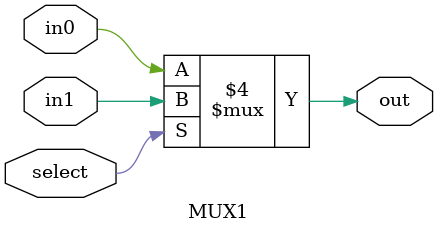
<source format=v>
`timescale 1ns / 1ps
module MUX1(select, in0, in1, out);
    // This is a 1 bit mux for selecting WriteRegister
    // If select == 0, choose in0; otherwise choose in1
    input select;
    input in0, in1;
    output out;
    reg out;

    always @ (*)  begin
        if (select == 1'b0)    out <= in0;
        else    out <= in1; 
    end
endmodule
</source>
